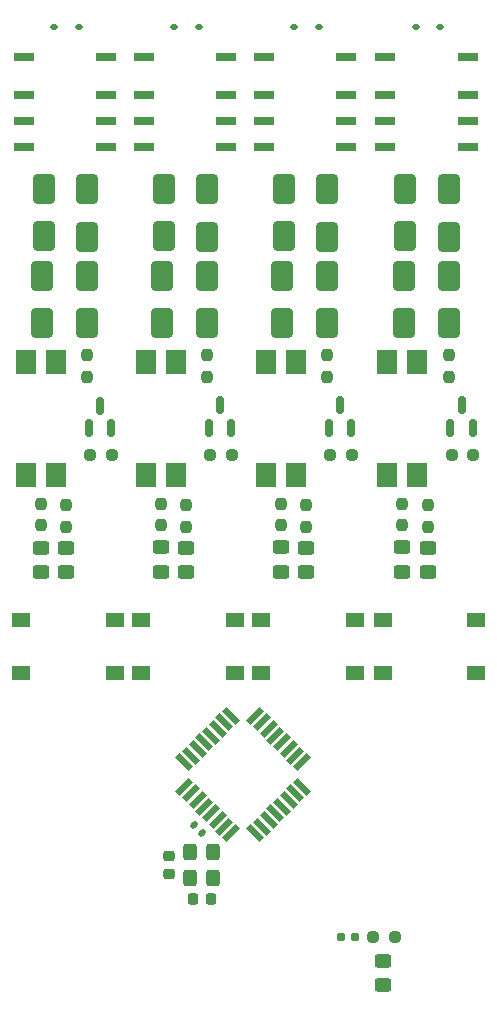
<source format=gbr>
%TF.GenerationSoftware,KiCad,Pcbnew,7.0.7*%
%TF.CreationDate,2024-01-28T22:13:11+01:00*%
%TF.ProjectId,relayTracker,72656c61-7954-4726-9163-6b65722e6b69,rev?*%
%TF.SameCoordinates,Original*%
%TF.FileFunction,Paste,Top*%
%TF.FilePolarity,Positive*%
%FSLAX46Y46*%
G04 Gerber Fmt 4.6, Leading zero omitted, Abs format (unit mm)*
G04 Created by KiCad (PCBNEW 7.0.7) date 2024-01-28 22:13:11*
%MOMM*%
%LPD*%
G01*
G04 APERTURE LIST*
G04 Aperture macros list*
%AMRoundRect*
0 Rectangle with rounded corners*
0 $1 Rounding radius*
0 $2 $3 $4 $5 $6 $7 $8 $9 X,Y pos of 4 corners*
0 Add a 4 corners polygon primitive as box body*
4,1,4,$2,$3,$4,$5,$6,$7,$8,$9,$2,$3,0*
0 Add four circle primitives for the rounded corners*
1,1,$1+$1,$2,$3*
1,1,$1+$1,$4,$5*
1,1,$1+$1,$6,$7*
1,1,$1+$1,$8,$9*
0 Add four rect primitives between the rounded corners*
20,1,$1+$1,$2,$3,$4,$5,0*
20,1,$1+$1,$4,$5,$6,$7,0*
20,1,$1+$1,$6,$7,$8,$9,0*
20,1,$1+$1,$8,$9,$2,$3,0*%
%AMRotRect*
0 Rectangle, with rotation*
0 The origin of the aperture is its center*
0 $1 length*
0 $2 width*
0 $3 Rotation angle, in degrees counterclockwise*
0 Add horizontal line*
21,1,$1,$2,0,0,$3*%
G04 Aperture macros list end*
%ADD10RoundRect,0.237500X-0.237500X0.250000X-0.237500X-0.250000X0.237500X-0.250000X0.237500X0.250000X0*%
%ADD11RoundRect,0.250000X0.650000X-1.000000X0.650000X1.000000X-0.650000X1.000000X-0.650000X-1.000000X0*%
%ADD12RoundRect,0.250000X-0.650000X1.000000X-0.650000X-1.000000X0.650000X-1.000000X0.650000X1.000000X0*%
%ADD13R,1.800000X0.800000*%
%ADD14RoundRect,0.250000X0.450000X-0.325000X0.450000X0.325000X-0.450000X0.325000X-0.450000X-0.325000X0*%
%ADD15RoundRect,0.112500X-0.187500X-0.112500X0.187500X-0.112500X0.187500X0.112500X-0.187500X0.112500X0*%
%ADD16R,1.550000X1.300000*%
%ADD17RotRect,1.600000X0.550000X45.000000*%
%ADD18RotRect,1.600000X0.550000X135.000000*%
%ADD19RoundRect,0.160000X-0.197500X-0.160000X0.197500X-0.160000X0.197500X0.160000X-0.197500X0.160000X0*%
%ADD20R,1.780000X2.000000*%
%ADD21RoundRect,0.237500X0.250000X0.237500X-0.250000X0.237500X-0.250000X-0.237500X0.250000X-0.237500X0*%
%ADD22RoundRect,0.150000X0.150000X-0.587500X0.150000X0.587500X-0.150000X0.587500X-0.150000X-0.587500X0*%
%ADD23RoundRect,0.225000X0.250000X-0.225000X0.250000X0.225000X-0.250000X0.225000X-0.250000X-0.225000X0*%
%ADD24RoundRect,0.300000X-0.300000X0.400000X-0.300000X-0.400000X0.300000X-0.400000X0.300000X0.400000X0*%
%ADD25RoundRect,0.225000X-0.225000X-0.250000X0.225000X-0.250000X0.225000X0.250000X-0.225000X0.250000X0*%
%ADD26RoundRect,0.140000X0.219203X0.021213X0.021213X0.219203X-0.219203X-0.021213X-0.021213X-0.219203X0*%
%ADD27RoundRect,0.237500X-0.250000X-0.237500X0.250000X-0.237500X0.250000X0.237500X-0.250000X0.237500X0*%
G04 APERTURE END LIST*
D10*
%TO.C,R304*%
X96427817Y-63148500D03*
X96427817Y-64973500D03*
%TD*%
D11*
%TO.C,D503*%
X104654817Y-40354000D03*
X104654817Y-36354000D03*
%TD*%
D12*
%TO.C,D705*%
X128784817Y-36386000D03*
X128784817Y-40386000D03*
%TD*%
D13*
%TO.C,K701*%
X123407817Y-25199000D03*
X123407817Y-28399000D03*
X123407817Y-30599000D03*
X123407817Y-32799000D03*
X130407817Y-32799000D03*
X130407817Y-30599000D03*
X130407817Y-28399000D03*
X130407817Y-25199000D03*
%TD*%
D14*
%TO.C,D607*%
X116747817Y-68759000D03*
X116747817Y-66709000D03*
%TD*%
D12*
%TO.C,D305*%
X98177817Y-36396000D03*
X98177817Y-40396000D03*
%TD*%
D15*
%TO.C,D602*%
X115697817Y-22649000D03*
X117797817Y-22649000D03*
%TD*%
D10*
%TO.C,R603*%
X118525817Y-50438500D03*
X118525817Y-52263500D03*
%TD*%
D12*
%TO.C,D505*%
X108337817Y-36386000D03*
X108337817Y-40386000D03*
%TD*%
D16*
%TO.C,SW501*%
X102743000Y-72843000D03*
X110693000Y-72843000D03*
X102743000Y-77343000D03*
X110693000Y-77343000D03*
%TD*%
D10*
%TO.C,R504*%
X106587817Y-63138500D03*
X106587817Y-64963500D03*
%TD*%
D13*
%TO.C,K301*%
X92800817Y-25209000D03*
X92800817Y-28409000D03*
X92800817Y-30609000D03*
X92800817Y-32809000D03*
X99800817Y-32809000D03*
X99800817Y-30609000D03*
X99800817Y-28409000D03*
X99800817Y-25209000D03*
%TD*%
%TO.C,K501*%
X102960817Y-25199000D03*
X102960817Y-28399000D03*
X102960817Y-30599000D03*
X102960817Y-32799000D03*
X109960817Y-32799000D03*
X109960817Y-30599000D03*
X109960817Y-28399000D03*
X109960817Y-25199000D03*
%TD*%
D17*
%TO.C,U202*%
X106396221Y-86960573D03*
X106961907Y-87526258D03*
X107527592Y-88091944D03*
X108093277Y-88657629D03*
X108658963Y-89223315D03*
X109224648Y-89789000D03*
X109790334Y-90354685D03*
X110356019Y-90920371D03*
D18*
X112406629Y-90920371D03*
X112972314Y-90354685D03*
X113538000Y-89789000D03*
X114103685Y-89223315D03*
X114669371Y-88657629D03*
X115235056Y-88091944D03*
X115800741Y-87526258D03*
X116366427Y-86960573D03*
D17*
X116366427Y-84909963D03*
X115800741Y-84344278D03*
X115235056Y-83778592D03*
X114669371Y-83212907D03*
X114103685Y-82647221D03*
X113538000Y-82081536D03*
X112972314Y-81515851D03*
X112406629Y-80950165D03*
D18*
X110356019Y-80950165D03*
X109790334Y-81515851D03*
X109224648Y-82081536D03*
X108658963Y-82647221D03*
X108093277Y-83212907D03*
X107527592Y-83778592D03*
X106961907Y-84344278D03*
X106396221Y-84909963D03*
%TD*%
D12*
%TO.C,D606*%
X118497817Y-43720000D03*
X118497817Y-47720000D03*
%TD*%
D10*
%TO.C,R301*%
X94268817Y-63012500D03*
X94268817Y-64837500D03*
%TD*%
%TO.C,R503*%
X108365817Y-50438500D03*
X108365817Y-52263500D03*
%TD*%
D16*
%TO.C,SW601*%
X112903000Y-72843000D03*
X120853000Y-72843000D03*
X112903000Y-77343000D03*
X120853000Y-77343000D03*
%TD*%
D11*
%TO.C,D703*%
X125101817Y-40354000D03*
X125101817Y-36354000D03*
%TD*%
D15*
%TO.C,D302*%
X95377817Y-22659000D03*
X97477817Y-22659000D03*
%TD*%
D11*
%TO.C,D304*%
X94367817Y-47730000D03*
X94367817Y-43730000D03*
%TD*%
D10*
%TO.C,R604*%
X116747817Y-63138500D03*
X116747817Y-64963500D03*
%TD*%
D12*
%TO.C,D605*%
X118497817Y-36386000D03*
X118497817Y-40386000D03*
%TD*%
D14*
%TO.C,D707*%
X127034817Y-68759000D03*
X127034817Y-66709000D03*
%TD*%
D10*
%TO.C,R704*%
X127034817Y-63138500D03*
X127034817Y-64963500D03*
%TD*%
D11*
%TO.C,D603*%
X114814817Y-40354000D03*
X114814817Y-36354000D03*
%TD*%
D16*
%TO.C,SW701*%
X123190000Y-72843000D03*
X131140000Y-72843000D03*
X123190000Y-77343000D03*
X131140000Y-77343000D03*
%TD*%
D19*
%TO.C,R202*%
X119676500Y-99705000D03*
X120871500Y-99705000D03*
%TD*%
D20*
%TO.C,U701*%
X126145817Y-51031000D03*
X123605817Y-51031000D03*
X123605817Y-60561000D03*
X126145817Y-60561000D03*
%TD*%
D11*
%TO.C,D604*%
X114687817Y-47720000D03*
X114687817Y-43720000D03*
%TD*%
D14*
%TO.C,D307*%
X96427817Y-68769000D03*
X96427817Y-66719000D03*
%TD*%
D10*
%TO.C,R703*%
X128812817Y-50438500D03*
X128812817Y-52263500D03*
%TD*%
D14*
%TO.C,D601*%
X114588817Y-68750000D03*
X114588817Y-66700000D03*
%TD*%
D21*
%TO.C,R602*%
X120581317Y-58844000D03*
X118756317Y-58844000D03*
%TD*%
D11*
%TO.C,D303*%
X94494817Y-40364000D03*
X94494817Y-36364000D03*
%TD*%
D10*
%TO.C,R701*%
X124875817Y-63002500D03*
X124875817Y-64827500D03*
%TD*%
D12*
%TO.C,D706*%
X128784817Y-43720000D03*
X128784817Y-47720000D03*
%TD*%
D20*
%TO.C,U501*%
X105698817Y-51031000D03*
X103158817Y-51031000D03*
X103158817Y-60561000D03*
X105698817Y-60561000D03*
%TD*%
D22*
%TO.C,Q701*%
X128944817Y-56558000D03*
X130844817Y-56558000D03*
X129894817Y-54683000D03*
%TD*%
D12*
%TO.C,D506*%
X108337817Y-43720000D03*
X108337817Y-47720000D03*
%TD*%
D22*
%TO.C,Q501*%
X108497817Y-56558000D03*
X110397817Y-56558000D03*
X109447817Y-54683000D03*
%TD*%
D13*
%TO.C,K601*%
X113120817Y-25199000D03*
X113120817Y-28399000D03*
X113120817Y-30599000D03*
X113120817Y-32799000D03*
X120120817Y-32799000D03*
X120120817Y-30599000D03*
X120120817Y-28399000D03*
X120120817Y-25199000D03*
%TD*%
D15*
%TO.C,D702*%
X125984817Y-22649000D03*
X128084817Y-22649000D03*
%TD*%
D21*
%TO.C,R702*%
X130868317Y-58844000D03*
X129043317Y-58844000D03*
%TD*%
D12*
%TO.C,D306*%
X98177817Y-43730000D03*
X98177817Y-47730000D03*
%TD*%
D22*
%TO.C,Q601*%
X118657817Y-56558000D03*
X120557817Y-56558000D03*
X119607817Y-54683000D03*
%TD*%
D21*
%TO.C,R502*%
X110421317Y-58844000D03*
X108596317Y-58844000D03*
%TD*%
D15*
%TO.C,D502*%
X105537817Y-22649000D03*
X107637817Y-22649000D03*
%TD*%
D23*
%TO.C,C201*%
X105149324Y-94340268D03*
X105149324Y-92790268D03*
%TD*%
D21*
%TO.C,R302*%
X100261317Y-58854000D03*
X98436317Y-58854000D03*
%TD*%
D10*
%TO.C,R501*%
X104428817Y-63002500D03*
X104428817Y-64827500D03*
%TD*%
%TO.C,R303*%
X98205817Y-50448500D03*
X98205817Y-52273500D03*
%TD*%
D11*
%TO.C,D704*%
X124974817Y-47720000D03*
X124974817Y-43720000D03*
%TD*%
D14*
%TO.C,D301*%
X94268817Y-68760000D03*
X94268817Y-66710000D03*
%TD*%
D22*
%TO.C,Q301*%
X98337817Y-56568000D03*
X100237817Y-56568000D03*
X99287817Y-54693000D03*
%TD*%
D14*
%TO.C,D701*%
X124875817Y-68750000D03*
X124875817Y-66700000D03*
%TD*%
D24*
%TO.C,Y201*%
X106900324Y-92508268D03*
X106900324Y-94708268D03*
X108800324Y-94708268D03*
X108800324Y-92508268D03*
%TD*%
D10*
%TO.C,R601*%
X114588817Y-63002500D03*
X114588817Y-64827500D03*
%TD*%
D25*
%TO.C,C203*%
X107136324Y-96486268D03*
X108686324Y-96486268D03*
%TD*%
D16*
%TO.C,SW301*%
X92583000Y-72853000D03*
X100533000Y-72853000D03*
X92583000Y-77353000D03*
X100533000Y-77353000D03*
%TD*%
D20*
%TO.C,U301*%
X95538817Y-51041000D03*
X92998817Y-51041000D03*
X92998817Y-60571000D03*
X95538817Y-60571000D03*
%TD*%
D26*
%TO.C,C202*%
X107911324Y-90898268D03*
X107232502Y-90219446D03*
%TD*%
D20*
%TO.C,U601*%
X115858817Y-51031000D03*
X113318817Y-51031000D03*
X113318817Y-60561000D03*
X115858817Y-60561000D03*
%TD*%
D14*
%TO.C,D507*%
X106587817Y-68759000D03*
X106587817Y-66709000D03*
%TD*%
%TO.C,D501*%
X104428817Y-68750000D03*
X104428817Y-66700000D03*
%TD*%
%TO.C,D201*%
X123231000Y-103751500D03*
X123231000Y-101701500D03*
%TD*%
D11*
%TO.C,D504*%
X104527817Y-47720000D03*
X104527817Y-43720000D03*
%TD*%
D27*
%TO.C,R201*%
X122404500Y-99695000D03*
X124229500Y-99695000D03*
%TD*%
M02*

</source>
